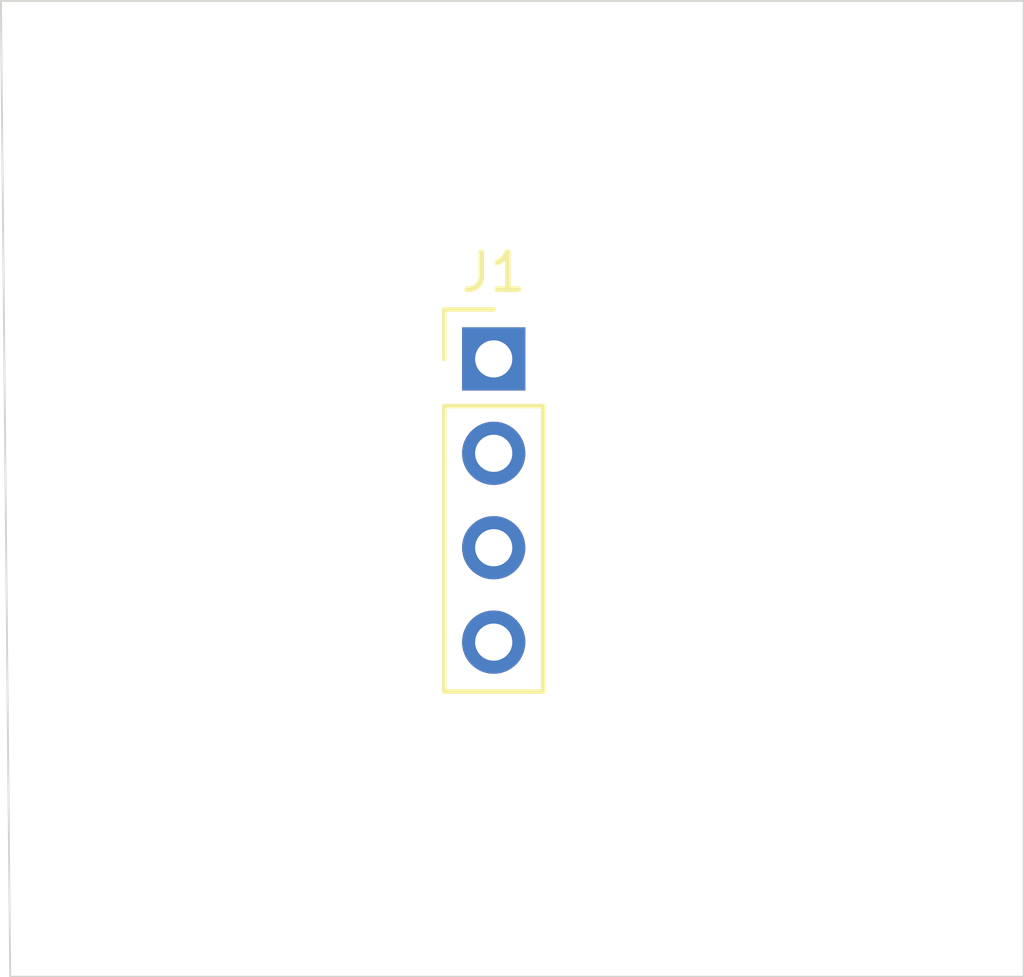
<source format=kicad_pcb>
(kicad_pcb (version 20240108) (generator "pcbnew") (generator_version "8.0")
  (layers (0 "F.Cu" signal) (31 "B.Cu" signal) (34 "B.Paste" user) (35 "F.Paste" user) (36 "B.SilkS" user "B.Silkscreen") (37 "F.SilkS" user "F.Silkscreen") (38 "B.Mask" user) (39 "F.Mask" user) (44 "Edge.Cuts" user))
  (net 0 "")
  (footprint "Connector_PinHeader_2.54mm:PinHeader_1x04_P2.54mm_Vertical" (layer "F.Cu") (at 138 84.88)
    (property "Reference" "J1" (at 0 -2.33 0) (layer "F.SilkS"))
    (property "Value" "Conn_01x04_Pin")
    (fp_line (start -1.33 -1.33) (end 0 -1.33) (stroke (width 0.12)) (layer "F.SilkS"))
    (fp_line (start -1.33 0) (end -1.33 -1.33) (stroke (width 0.12)) (layer "F.SilkS"))
    (fp_line (start -1.33 1.27) (end -1.33 8.95) (stroke (width 0.12)) (layer "F.SilkS"))
    (fp_line (start -1.33 1.27) (end 1.33 1.27) (stroke (width 0.12)) (layer "F.SilkS"))
    (fp_line (start -1.33 8.95) (end 1.33 8.95) (stroke (width 0.12)) (layer "F.SilkS"))
    (fp_line (start 1.33 1.27) (end 1.33 8.95) (stroke (width 0.12)) (layer "F.SilkS"))
    (pad "1" thru_hole rect (at 0 0) (size 1.7 1.7) (drill 1) (layers "*.Cu" "*.Mask"))
    (pad "2" thru_hole oval (at 0 2.54) (size 1.7 1.7) (drill 1) (layers "*.Cu" "*.Mask"))
    (pad "3" thru_hole oval (at 0 5.08) (size 1.7 1.7) (drill 1) (layers "*.Cu" "*.Mask"))
    (pad "4" thru_hole oval (at 0 7.62) (size 1.7 1.7) (drill 1) (layers "*.Cu" "*.Mask"))
  )
  (gr_line (start 124.75 75.25) (end 152.25 75.25) (stroke (width 0.05)) (layer "Edge.Cuts"))
  (gr_line (start 152.25 75.25) (end 152.25 101.5) (stroke (width 0.05)) (layer "Edge.Cuts"))
  (gr_line (start 125 101.5) (end 124.75 75.25) (stroke (width 0.05)) (layer "Edge.Cuts"))
  (gr_line (start 152.25 101.5) (end 125 101.5) (stroke (width 0.05)) (layer "Edge.Cuts"))
)
</source>
